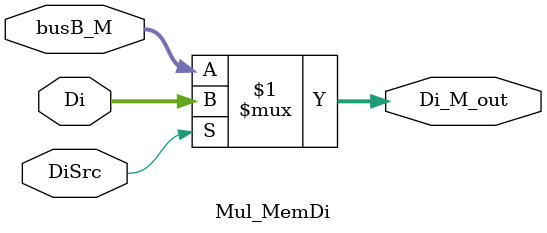
<source format=v>
module Mul_MemDi (
    //input port
    input [31:0] busB_M,
    input [31:0] Di,

    //control port
    input DiSrc,
    //output
    output wire [31:0] Di_M_out //
);


assign Di_M_out = DiSrc ? Di : busB_M;

    
endmodule 
</source>
